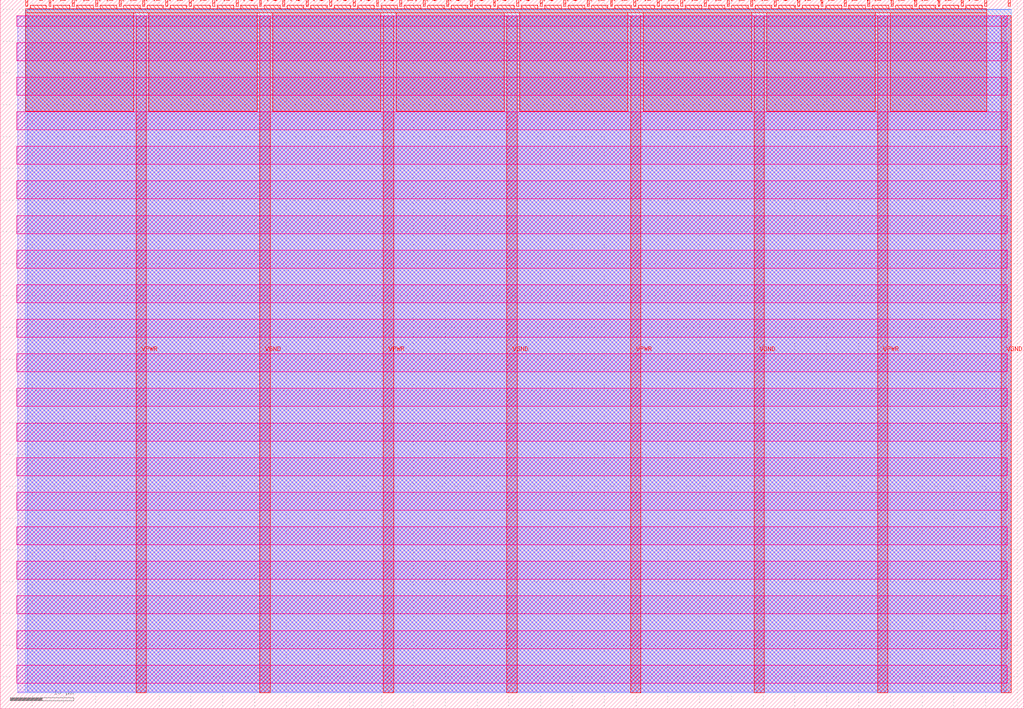
<source format=lef>
VERSION 5.7 ;
  NOWIREEXTENSIONATPIN ON ;
  DIVIDERCHAR "/" ;
  BUSBITCHARS "[]" ;
MACRO tt_um_QIF_8bit
  CLASS BLOCK ;
  FOREIGN tt_um_QIF_8bit ;
  ORIGIN 0.000 0.000 ;
  SIZE 161.000 BY 111.520 ;
  PIN VGND
    DIRECTION INOUT ;
    USE GROUND ;
    PORT
      LAYER met4 ;
        RECT 40.830 2.480 42.430 109.040 ;
    END
    PORT
      LAYER met4 ;
        RECT 79.700 2.480 81.300 109.040 ;
    END
    PORT
      LAYER met4 ;
        RECT 118.570 2.480 120.170 109.040 ;
    END
    PORT
      LAYER met4 ;
        RECT 157.440 2.480 159.040 109.040 ;
    END
  END VGND
  PIN VPWR
    DIRECTION INOUT ;
    USE POWER ;
    PORT
      LAYER met4 ;
        RECT 21.395 2.480 22.995 109.040 ;
    END
    PORT
      LAYER met4 ;
        RECT 60.265 2.480 61.865 109.040 ;
    END
    PORT
      LAYER met4 ;
        RECT 99.135 2.480 100.735 109.040 ;
    END
    PORT
      LAYER met4 ;
        RECT 138.005 2.480 139.605 109.040 ;
    END
  END VPWR
  PIN clk
    DIRECTION INPUT ;
    USE SIGNAL ;
    ANTENNAGATEAREA 0.852000 ;
    PORT
      LAYER met4 ;
        RECT 154.870 110.520 155.170 111.520 ;
    END
  END clk
  PIN ena
    DIRECTION INPUT ;
    USE SIGNAL ;
    PORT
      LAYER met4 ;
        RECT 158.550 110.520 158.850 111.520 ;
    END
  END ena
  PIN rst_n
    DIRECTION INPUT ;
    USE SIGNAL ;
    ANTENNAGATEAREA 0.247500 ;
    PORT
      LAYER met4 ;
        RECT 151.190 110.520 151.490 111.520 ;
    END
  END rst_n
  PIN ui_in[0]
    DIRECTION INPUT ;
    USE SIGNAL ;
    PORT
      LAYER met4 ;
        RECT 147.510 110.520 147.810 111.520 ;
    END
  END ui_in[0]
  PIN ui_in[1]
    DIRECTION INPUT ;
    USE SIGNAL ;
    PORT
      LAYER met4 ;
        RECT 143.830 110.520 144.130 111.520 ;
    END
  END ui_in[1]
  PIN ui_in[2]
    DIRECTION INPUT ;
    USE SIGNAL ;
    ANTENNAGATEAREA 0.196500 ;
    PORT
      LAYER met4 ;
        RECT 140.150 110.520 140.450 111.520 ;
    END
  END ui_in[2]
  PIN ui_in[3]
    DIRECTION INPUT ;
    USE SIGNAL ;
    ANTENNAGATEAREA 0.196500 ;
    PORT
      LAYER met4 ;
        RECT 136.470 110.520 136.770 111.520 ;
    END
  END ui_in[3]
  PIN ui_in[4]
    DIRECTION INPUT ;
    USE SIGNAL ;
    ANTENNAGATEAREA 0.196500 ;
    PORT
      LAYER met4 ;
        RECT 132.790 110.520 133.090 111.520 ;
    END
  END ui_in[4]
  PIN ui_in[5]
    DIRECTION INPUT ;
    USE SIGNAL ;
    ANTENNAGATEAREA 0.213000 ;
    PORT
      LAYER met4 ;
        RECT 129.110 110.520 129.410 111.520 ;
    END
  END ui_in[5]
  PIN ui_in[6]
    DIRECTION INPUT ;
    USE SIGNAL ;
    ANTENNAGATEAREA 0.126000 ;
    PORT
      LAYER met4 ;
        RECT 125.430 110.520 125.730 111.520 ;
    END
  END ui_in[6]
  PIN ui_in[7]
    DIRECTION INPUT ;
    USE SIGNAL ;
    ANTENNAGATEAREA 0.196500 ;
    PORT
      LAYER met4 ;
        RECT 121.750 110.520 122.050 111.520 ;
    END
  END ui_in[7]
  PIN uio_in[0]
    DIRECTION INPUT ;
    USE SIGNAL ;
    PORT
      LAYER met4 ;
        RECT 118.070 110.520 118.370 111.520 ;
    END
  END uio_in[0]
  PIN uio_in[1]
    DIRECTION INPUT ;
    USE SIGNAL ;
    PORT
      LAYER met4 ;
        RECT 114.390 110.520 114.690 111.520 ;
    END
  END uio_in[1]
  PIN uio_in[2]
    DIRECTION INPUT ;
    USE SIGNAL ;
    PORT
      LAYER met4 ;
        RECT 110.710 110.520 111.010 111.520 ;
    END
  END uio_in[2]
  PIN uio_in[3]
    DIRECTION INPUT ;
    USE SIGNAL ;
    PORT
      LAYER met4 ;
        RECT 107.030 110.520 107.330 111.520 ;
    END
  END uio_in[3]
  PIN uio_in[4]
    DIRECTION INPUT ;
    USE SIGNAL ;
    PORT
      LAYER met4 ;
        RECT 103.350 110.520 103.650 111.520 ;
    END
  END uio_in[4]
  PIN uio_in[5]
    DIRECTION INPUT ;
    USE SIGNAL ;
    PORT
      LAYER met4 ;
        RECT 99.670 110.520 99.970 111.520 ;
    END
  END uio_in[5]
  PIN uio_in[6]
    DIRECTION INPUT ;
    USE SIGNAL ;
    PORT
      LAYER met4 ;
        RECT 95.990 110.520 96.290 111.520 ;
    END
  END uio_in[6]
  PIN uio_in[7]
    DIRECTION INPUT ;
    USE SIGNAL ;
    PORT
      LAYER met4 ;
        RECT 92.310 110.520 92.610 111.520 ;
    END
  END uio_in[7]
  PIN uio_oe[0]
    DIRECTION OUTPUT TRISTATE ;
    USE SIGNAL ;
    PORT
      LAYER met4 ;
        RECT 29.750 110.520 30.050 111.520 ;
    END
  END uio_oe[0]
  PIN uio_oe[1]
    DIRECTION OUTPUT TRISTATE ;
    USE SIGNAL ;
    PORT
      LAYER met4 ;
        RECT 26.070 110.520 26.370 111.520 ;
    END
  END uio_oe[1]
  PIN uio_oe[2]
    DIRECTION OUTPUT TRISTATE ;
    USE SIGNAL ;
    PORT
      LAYER met4 ;
        RECT 22.390 110.520 22.690 111.520 ;
    END
  END uio_oe[2]
  PIN uio_oe[3]
    DIRECTION OUTPUT TRISTATE ;
    USE SIGNAL ;
    PORT
      LAYER met4 ;
        RECT 18.710 110.520 19.010 111.520 ;
    END
  END uio_oe[3]
  PIN uio_oe[4]
    DIRECTION OUTPUT TRISTATE ;
    USE SIGNAL ;
    PORT
      LAYER met4 ;
        RECT 15.030 110.520 15.330 111.520 ;
    END
  END uio_oe[4]
  PIN uio_oe[5]
    DIRECTION OUTPUT TRISTATE ;
    USE SIGNAL ;
    PORT
      LAYER met4 ;
        RECT 11.350 110.520 11.650 111.520 ;
    END
  END uio_oe[5]
  PIN uio_oe[6]
    DIRECTION OUTPUT TRISTATE ;
    USE SIGNAL ;
    PORT
      LAYER met4 ;
        RECT 7.670 110.520 7.970 111.520 ;
    END
  END uio_oe[6]
  PIN uio_oe[7]
    DIRECTION OUTPUT TRISTATE ;
    USE SIGNAL ;
    PORT
      LAYER met4 ;
        RECT 3.990 110.520 4.290 111.520 ;
    END
  END uio_oe[7]
  PIN uio_out[0]
    DIRECTION OUTPUT TRISTATE ;
    USE SIGNAL ;
    PORT
      LAYER met4 ;
        RECT 59.190 110.520 59.490 111.520 ;
    END
  END uio_out[0]
  PIN uio_out[1]
    DIRECTION OUTPUT TRISTATE ;
    USE SIGNAL ;
    PORT
      LAYER met4 ;
        RECT 55.510 110.520 55.810 111.520 ;
    END
  END uio_out[1]
  PIN uio_out[2]
    DIRECTION OUTPUT TRISTATE ;
    USE SIGNAL ;
    PORT
      LAYER met4 ;
        RECT 51.830 110.520 52.130 111.520 ;
    END
  END uio_out[2]
  PIN uio_out[3]
    DIRECTION OUTPUT TRISTATE ;
    USE SIGNAL ;
    PORT
      LAYER met4 ;
        RECT 48.150 110.520 48.450 111.520 ;
    END
  END uio_out[3]
  PIN uio_out[4]
    DIRECTION OUTPUT TRISTATE ;
    USE SIGNAL ;
    PORT
      LAYER met4 ;
        RECT 44.470 110.520 44.770 111.520 ;
    END
  END uio_out[4]
  PIN uio_out[5]
    DIRECTION OUTPUT TRISTATE ;
    USE SIGNAL ;
    PORT
      LAYER met4 ;
        RECT 40.790 110.520 41.090 111.520 ;
    END
  END uio_out[5]
  PIN uio_out[6]
    DIRECTION OUTPUT TRISTATE ;
    USE SIGNAL ;
    PORT
      LAYER met4 ;
        RECT 37.110 110.520 37.410 111.520 ;
    END
  END uio_out[6]
  PIN uio_out[7]
    DIRECTION OUTPUT TRISTATE ;
    USE SIGNAL ;
    PORT
      LAYER met4 ;
        RECT 33.430 110.520 33.730 111.520 ;
    END
  END uio_out[7]
  PIN uo_out[0]
    DIRECTION OUTPUT TRISTATE ;
    USE SIGNAL ;
    ANTENNAGATEAREA 0.621000 ;
    ANTENNADIFFAREA 0.891000 ;
    PORT
      LAYER met4 ;
        RECT 88.630 110.520 88.930 111.520 ;
    END
  END uo_out[0]
  PIN uo_out[1]
    DIRECTION OUTPUT TRISTATE ;
    USE SIGNAL ;
    ANTENNAGATEAREA 0.747000 ;
    ANTENNADIFFAREA 0.891000 ;
    PORT
      LAYER met4 ;
        RECT 84.950 110.520 85.250 111.520 ;
    END
  END uo_out[1]
  PIN uo_out[2]
    DIRECTION OUTPUT TRISTATE ;
    USE SIGNAL ;
    ANTENNAGATEAREA 1.363500 ;
    ANTENNADIFFAREA 0.891000 ;
    PORT
      LAYER met4 ;
        RECT 81.270 110.520 81.570 111.520 ;
    END
  END uo_out[2]
  PIN uo_out[3]
    DIRECTION OUTPUT TRISTATE ;
    USE SIGNAL ;
    ANTENNAGATEAREA 2.566500 ;
    ANTENNADIFFAREA 0.891000 ;
    PORT
      LAYER met4 ;
        RECT 77.590 110.520 77.890 111.520 ;
    END
  END uo_out[3]
  PIN uo_out[4]
    DIRECTION OUTPUT TRISTATE ;
    USE SIGNAL ;
    ANTENNAGATEAREA 1.702500 ;
    ANTENNADIFFAREA 0.891000 ;
    PORT
      LAYER met4 ;
        RECT 73.910 110.520 74.210 111.520 ;
    END
  END uo_out[4]
  PIN uo_out[5]
    DIRECTION OUTPUT TRISTATE ;
    USE SIGNAL ;
    ANTENNAGATEAREA 0.742500 ;
    ANTENNADIFFAREA 0.891000 ;
    PORT
      LAYER met4 ;
        RECT 70.230 110.520 70.530 111.520 ;
    END
  END uo_out[5]
  PIN uo_out[6]
    DIRECTION OUTPUT TRISTATE ;
    USE SIGNAL ;
    ANTENNAGATEAREA 1.858500 ;
    ANTENNADIFFAREA 0.891000 ;
    PORT
      LAYER met4 ;
        RECT 66.550 110.520 66.850 111.520 ;
    END
  END uo_out[6]
  PIN uo_out[7]
    DIRECTION OUTPUT TRISTATE ;
    USE SIGNAL ;
    ANTENNAGATEAREA 3.100500 ;
    ANTENNADIFFAREA 0.891000 ;
    PORT
      LAYER met4 ;
        RECT 62.870 110.520 63.170 111.520 ;
    END
  END uo_out[7]
  OBS
      LAYER nwell ;
        RECT 2.570 107.385 158.430 108.990 ;
        RECT 2.570 101.945 158.430 104.775 ;
        RECT 2.570 96.505 158.430 99.335 ;
        RECT 2.570 91.065 158.430 93.895 ;
        RECT 2.570 85.625 158.430 88.455 ;
        RECT 2.570 80.185 158.430 83.015 ;
        RECT 2.570 74.745 158.430 77.575 ;
        RECT 2.570 69.305 158.430 72.135 ;
        RECT 2.570 63.865 158.430 66.695 ;
        RECT 2.570 58.425 158.430 61.255 ;
        RECT 2.570 52.985 158.430 55.815 ;
        RECT 2.570 47.545 158.430 50.375 ;
        RECT 2.570 42.105 158.430 44.935 ;
        RECT 2.570 36.665 158.430 39.495 ;
        RECT 2.570 31.225 158.430 34.055 ;
        RECT 2.570 25.785 158.430 28.615 ;
        RECT 2.570 20.345 158.430 23.175 ;
        RECT 2.570 14.905 158.430 17.735 ;
        RECT 2.570 9.465 158.430 12.295 ;
        RECT 2.570 4.025 158.430 6.855 ;
      LAYER li1 ;
        RECT 2.760 2.635 158.240 108.885 ;
      LAYER met1 ;
        RECT 2.760 2.480 159.040 109.040 ;
      LAYER met2 ;
        RECT 4.230 2.535 159.010 110.005 ;
      LAYER met3 ;
        RECT 3.950 2.555 159.030 109.985 ;
      LAYER met4 ;
        RECT 4.690 110.120 7.270 110.650 ;
        RECT 8.370 110.120 10.950 110.650 ;
        RECT 12.050 110.120 14.630 110.650 ;
        RECT 15.730 110.120 18.310 110.650 ;
        RECT 19.410 110.120 21.990 110.650 ;
        RECT 23.090 110.120 25.670 110.650 ;
        RECT 26.770 110.120 29.350 110.650 ;
        RECT 30.450 110.120 33.030 110.650 ;
        RECT 34.130 110.120 36.710 110.650 ;
        RECT 37.810 110.120 40.390 110.650 ;
        RECT 41.490 110.120 44.070 110.650 ;
        RECT 45.170 110.120 47.750 110.650 ;
        RECT 48.850 110.120 51.430 110.650 ;
        RECT 52.530 110.120 55.110 110.650 ;
        RECT 56.210 110.120 58.790 110.650 ;
        RECT 59.890 110.120 62.470 110.650 ;
        RECT 63.570 110.120 66.150 110.650 ;
        RECT 67.250 110.120 69.830 110.650 ;
        RECT 70.930 110.120 73.510 110.650 ;
        RECT 74.610 110.120 77.190 110.650 ;
        RECT 78.290 110.120 80.870 110.650 ;
        RECT 81.970 110.120 84.550 110.650 ;
        RECT 85.650 110.120 88.230 110.650 ;
        RECT 89.330 110.120 91.910 110.650 ;
        RECT 93.010 110.120 95.590 110.650 ;
        RECT 96.690 110.120 99.270 110.650 ;
        RECT 100.370 110.120 102.950 110.650 ;
        RECT 104.050 110.120 106.630 110.650 ;
        RECT 107.730 110.120 110.310 110.650 ;
        RECT 111.410 110.120 113.990 110.650 ;
        RECT 115.090 110.120 117.670 110.650 ;
        RECT 118.770 110.120 121.350 110.650 ;
        RECT 122.450 110.120 125.030 110.650 ;
        RECT 126.130 110.120 128.710 110.650 ;
        RECT 129.810 110.120 132.390 110.650 ;
        RECT 133.490 110.120 136.070 110.650 ;
        RECT 137.170 110.120 139.750 110.650 ;
        RECT 140.850 110.120 143.430 110.650 ;
        RECT 144.530 110.120 147.110 110.650 ;
        RECT 148.210 110.120 150.790 110.650 ;
        RECT 151.890 110.120 154.470 110.650 ;
        RECT 3.975 109.440 155.185 110.120 ;
        RECT 3.975 94.015 20.995 109.440 ;
        RECT 23.395 94.015 40.430 109.440 ;
        RECT 42.830 94.015 59.865 109.440 ;
        RECT 62.265 94.015 79.300 109.440 ;
        RECT 81.700 94.015 98.735 109.440 ;
        RECT 101.135 94.015 118.170 109.440 ;
        RECT 120.570 94.015 137.605 109.440 ;
        RECT 140.005 94.015 155.185 109.440 ;
  END
END tt_um_QIF_8bit
END LIBRARY


</source>
